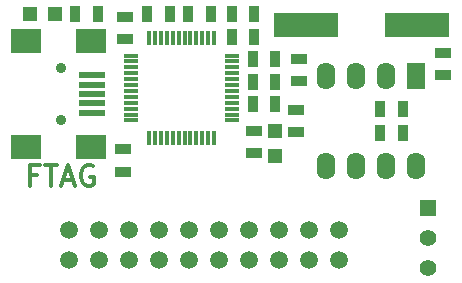
<source format=gts>
G04 (created by PCBNEW (2013-07-07 BZR 4022)-stable) date 7/16/2015 11:13:14 AM*
%MOIN*%
G04 Gerber Fmt 3.4, Leading zero omitted, Abs format*
%FSLAX34Y34*%
G01*
G70*
G90*
G04 APERTURE LIST*
%ADD10C,0.00590551*%
%ADD11C,0.011811*%
%ADD12R,0.0906X0.0197*%
%ADD13R,0.0984X0.0787*%
%ADD14C,0.0354*%
%ADD15R,0.2165X0.0787*%
%ADD16C,0.0593*%
%ADD17R,0.035X0.055*%
%ADD18R,0.055X0.035*%
%ADD19R,0.055X0.055*%
%ADD20C,0.055*%
%ADD21R,0.0472X0.0472*%
%ADD22R,0.062X0.09*%
%ADD23O,0.062X0.09*%
%ADD24R,0.0472X0.0118*%
%ADD25R,0.0118X0.0472*%
G04 APERTURE END LIST*
G54D10*
G54D11*
X85183Y-68916D02*
X84950Y-68916D01*
X84950Y-69283D02*
X84950Y-68583D01*
X85283Y-68583D01*
X85450Y-68583D02*
X85850Y-68583D01*
X85650Y-69283D02*
X85650Y-68583D01*
X86050Y-69083D02*
X86383Y-69083D01*
X85983Y-69283D02*
X86216Y-68583D01*
X86450Y-69283D01*
X87050Y-68616D02*
X86983Y-68583D01*
X86883Y-68583D01*
X86783Y-68616D01*
X86716Y-68683D01*
X86683Y-68750D01*
X86650Y-68883D01*
X86650Y-68983D01*
X86683Y-69116D01*
X86716Y-69183D01*
X86783Y-69250D01*
X86883Y-69283D01*
X86950Y-69283D01*
X87050Y-69250D01*
X87083Y-69216D01*
X87083Y-68983D01*
X86950Y-68983D01*
G54D12*
X87008Y-65570D03*
X87008Y-65885D03*
X87008Y-66200D03*
X87008Y-66515D03*
X87008Y-66830D03*
G54D13*
X86969Y-64448D03*
X84804Y-64448D03*
X86969Y-67952D03*
X84804Y-67952D03*
G54D14*
X85985Y-65334D03*
X85985Y-67066D03*
G54D15*
X94150Y-63900D03*
X97850Y-63900D03*
G54D16*
X95250Y-70750D03*
X95250Y-71750D03*
X94250Y-70750D03*
X94250Y-71750D03*
X93250Y-70750D03*
X93250Y-71750D03*
X92250Y-70750D03*
X92250Y-71750D03*
X91250Y-70750D03*
X91250Y-71750D03*
X90250Y-70750D03*
X90250Y-71750D03*
X89250Y-70750D03*
X89250Y-71750D03*
X88250Y-70750D03*
X88250Y-71750D03*
X87250Y-70750D03*
X87250Y-71750D03*
X86250Y-70750D03*
X86250Y-71750D03*
G54D17*
X91675Y-64300D03*
X92425Y-64300D03*
X88850Y-63550D03*
X89600Y-63550D03*
X97375Y-66700D03*
X96625Y-66700D03*
X96625Y-67500D03*
X97375Y-67500D03*
G54D18*
X93800Y-67475D03*
X93800Y-66725D03*
G54D17*
X92375Y-66550D03*
X93125Y-66550D03*
G54D18*
X92400Y-68175D03*
X92400Y-67425D03*
X88060Y-68050D03*
X88060Y-68800D03*
G54D17*
X90975Y-63550D03*
X90225Y-63550D03*
X87200Y-63550D03*
X86450Y-63550D03*
G54D18*
X98700Y-64825D03*
X98700Y-65575D03*
X93900Y-65025D03*
X93900Y-65775D03*
G54D17*
X91675Y-63550D03*
X92425Y-63550D03*
X93125Y-65050D03*
X92375Y-65050D03*
X92375Y-65800D03*
X93125Y-65800D03*
G54D19*
X98200Y-70000D03*
G54D20*
X98200Y-71000D03*
X98200Y-72000D03*
G54D21*
X93100Y-67437D03*
X93100Y-68263D03*
X85763Y-63550D03*
X84937Y-63550D03*
G54D22*
X97800Y-65600D03*
G54D23*
X96800Y-65600D03*
X95800Y-65600D03*
X94800Y-65600D03*
X94800Y-68600D03*
X95800Y-68600D03*
X96800Y-68600D03*
X97800Y-68600D03*
G54D18*
X88100Y-63625D03*
X88100Y-64375D03*
G54D24*
X88327Y-66098D03*
X88327Y-65902D03*
X88327Y-66295D03*
X88327Y-65705D03*
X88327Y-65508D03*
X88327Y-65311D03*
X88327Y-65114D03*
X88327Y-64917D03*
X88327Y-66492D03*
X88327Y-66689D03*
X88327Y-66886D03*
X88327Y-67083D03*
X91673Y-66098D03*
X91673Y-65902D03*
X91673Y-66295D03*
X91673Y-66492D03*
X91673Y-66689D03*
X91673Y-66886D03*
X91673Y-67083D03*
X91673Y-65705D03*
X91673Y-65508D03*
X91673Y-65311D03*
X91673Y-65114D03*
X91673Y-64917D03*
G54D25*
X90098Y-64327D03*
X90295Y-64327D03*
X90492Y-64327D03*
X90689Y-64327D03*
X90886Y-64327D03*
X91083Y-64327D03*
X89902Y-64327D03*
X89705Y-64327D03*
X89508Y-64327D03*
X89311Y-64327D03*
X89114Y-64327D03*
X88917Y-64327D03*
X90098Y-67673D03*
X90295Y-67673D03*
X90492Y-67673D03*
X90689Y-67673D03*
X90886Y-67673D03*
X91083Y-67673D03*
X89902Y-67673D03*
X89705Y-67673D03*
X89508Y-67673D03*
X89311Y-67673D03*
X89114Y-67673D03*
X88917Y-67673D03*
M02*

</source>
